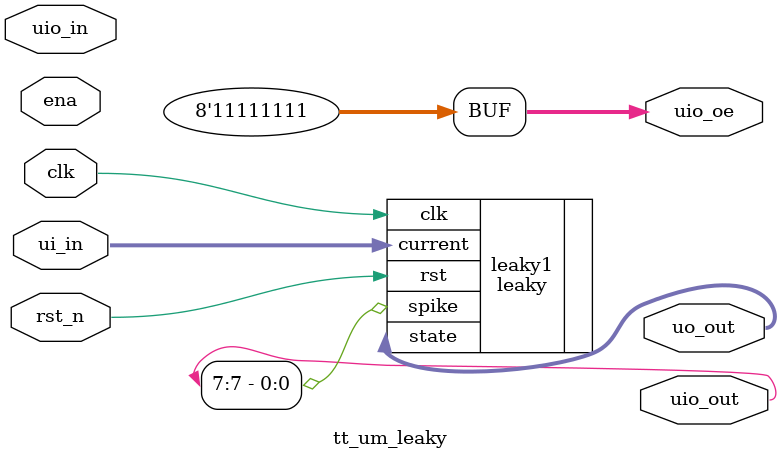
<source format=v>
`default_nettype none

module tt_um_leaky (
    input  wire [7:0] ui_in,    // Dedicated inputs - connected to the input switches
    output wire [7:0] uo_out,   // Dedicated outputs - connected to the 7 segment display
    input  wire [7:0] uio_in,   // IOs: Bidirectional Input path
    output wire [7:0] uio_out,  // IOs: Bidirectional Output path
    output wire [7:0] uio_oe,   // IOs: Bidirectional Enable path (active high: 0=input, 1=output)
    input  wire       ena,      // will go high when the design is enabled
    input  wire       clk,      // clock
    input  wire       rst_n     // reset_n - low to reset
);

    // use bidirectionals as outputs
    assign uio_oe = 8'b11111111;

    // instantiate leaky neuron
    leaky leaky1(.current(ui_in), .clk(clk), .rst(rst_n), .spike(uio_out[7]), .state(uo_out[7:0]));

endmodule

</source>
